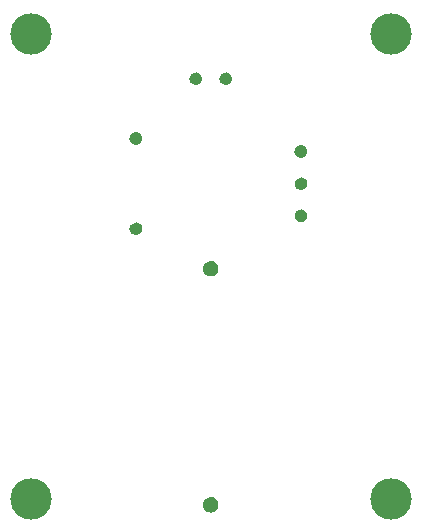
<source format=gts>
G75*
%MOIN*%
%OFA0B0*%
%FSLAX25Y25*%
%IPPOS*%
%LPD*%
%AMOC8*
5,1,8,0,0,1.08239X$1,22.5*
%
%ADD10C,0.00500*%
%ADD11C,0.13800*%
%ADD12C,0.00600*%
D10*
X0070388Y0143891D02*
X0070166Y0144226D01*
X0070023Y0144602D01*
X0069969Y0145000D01*
X0070020Y0145393D01*
X0070157Y0145765D01*
X0070373Y0146097D01*
X0070658Y0146372D01*
X0070997Y0146577D01*
X0071374Y0146702D01*
X0071768Y0146740D01*
X0072152Y0146693D01*
X0072515Y0146563D01*
X0072840Y0146354D01*
X0073111Y0146079D01*
X0073314Y0145750D01*
X0073438Y0145384D01*
X0073478Y0145000D01*
X0073444Y0144618D01*
X0073326Y0144254D01*
X0073130Y0143925D01*
X0072866Y0143648D01*
X0072546Y0143437D01*
X0072188Y0143302D01*
X0071808Y0143250D01*
X0071408Y0143285D01*
X0071025Y0143408D01*
X0070679Y0143614D01*
X0070388Y0143891D01*
X0070599Y0143690D02*
X0072906Y0143690D01*
X0073288Y0144189D02*
X0070190Y0144189D01*
X0070012Y0144687D02*
X0073451Y0144687D01*
X0073459Y0145186D02*
X0069993Y0145186D01*
X0070127Y0145684D02*
X0073336Y0145684D01*
X0073009Y0146183D02*
X0070462Y0146183D01*
X0071311Y0146681D02*
X0072185Y0146681D01*
X0071778Y0173280D02*
X0071378Y0173315D01*
X0070995Y0173438D01*
X0070649Y0173644D01*
X0070358Y0173921D01*
X0070136Y0174256D01*
X0069994Y0174632D01*
X0069939Y0175030D01*
X0069990Y0175423D01*
X0070127Y0175795D01*
X0070343Y0176127D01*
X0070628Y0176402D01*
X0070967Y0176607D01*
X0071344Y0176732D01*
X0071738Y0176770D01*
X0072122Y0176723D01*
X0072485Y0176593D01*
X0072811Y0176384D01*
X0073081Y0176109D01*
X0073284Y0175780D01*
X0073409Y0175414D01*
X0073448Y0175030D01*
X0073414Y0174648D01*
X0073296Y0174284D01*
X0073100Y0173955D01*
X0072836Y0173678D01*
X0072516Y0173467D01*
X0072158Y0173332D01*
X0071778Y0173280D01*
X0072720Y0173601D02*
X0070721Y0173601D01*
X0070239Y0174100D02*
X0073187Y0174100D01*
X0073398Y0174598D02*
X0070006Y0174598D01*
X0069947Y0175097D02*
X0073441Y0175097D01*
X0073347Y0175595D02*
X0070053Y0175595D01*
X0070322Y0176094D02*
X0073091Y0176094D01*
X0072486Y0176592D02*
X0070942Y0176592D01*
X0090376Y0193863D02*
X0090165Y0194182D01*
X0090030Y0194541D01*
X0089978Y0194920D01*
X0090013Y0195321D01*
X0090137Y0195703D01*
X0090342Y0196049D01*
X0090619Y0196340D01*
X0090954Y0196563D01*
X0091330Y0196705D01*
X0091728Y0196760D01*
X0092121Y0196709D01*
X0092493Y0196572D01*
X0092825Y0196355D01*
X0093101Y0196070D01*
X0093306Y0195731D01*
X0093430Y0195355D01*
X0093468Y0194960D01*
X0093422Y0194577D01*
X0093291Y0194213D01*
X0093083Y0193888D01*
X0092807Y0193617D01*
X0092478Y0193414D01*
X0092113Y0193290D01*
X0091728Y0193250D01*
X0091347Y0193284D01*
X0090982Y0193402D01*
X0090653Y0193598D01*
X0090376Y0193863D01*
X0090259Y0194040D02*
X0093180Y0194040D01*
X0093408Y0194539D02*
X0090031Y0194539D01*
X0089989Y0195037D02*
X0093461Y0195037D01*
X0093371Y0195536D02*
X0090083Y0195536D01*
X0090333Y0196034D02*
X0093123Y0196034D01*
X0092553Y0196533D02*
X0090909Y0196533D01*
X0090748Y0193541D02*
X0092685Y0193541D01*
X0100030Y0194541D02*
X0099978Y0194920D01*
X0100013Y0195321D01*
X0100137Y0195703D01*
X0100342Y0196049D01*
X0100619Y0196340D01*
X0100954Y0196563D01*
X0101330Y0196705D01*
X0101728Y0196760D01*
X0102121Y0196709D01*
X0102493Y0196572D01*
X0102825Y0196355D01*
X0103101Y0196070D01*
X0103306Y0195731D01*
X0103430Y0195355D01*
X0103468Y0194960D01*
X0103422Y0194577D01*
X0103291Y0194213D01*
X0103083Y0193888D01*
X0102807Y0193617D01*
X0102478Y0193414D01*
X0102113Y0193290D01*
X0101728Y0193250D01*
X0101347Y0193284D01*
X0100982Y0193402D01*
X0100653Y0193598D01*
X0100376Y0193863D01*
X0100165Y0194182D01*
X0100030Y0194541D01*
X0100031Y0194539D02*
X0103408Y0194539D01*
X0103461Y0195037D02*
X0099989Y0195037D01*
X0100083Y0195536D02*
X0103371Y0195536D01*
X0103123Y0196034D02*
X0100333Y0196034D01*
X0100909Y0196533D02*
X0102553Y0196533D01*
X0103180Y0194040D02*
X0100259Y0194040D01*
X0100748Y0193541D02*
X0102685Y0193541D01*
X0125342Y0171759D02*
X0125619Y0172050D01*
X0125954Y0172272D01*
X0126330Y0172415D01*
X0126728Y0172470D01*
X0127121Y0172419D01*
X0127493Y0172281D01*
X0127825Y0172065D01*
X0128101Y0171780D01*
X0128306Y0171441D01*
X0128430Y0171065D01*
X0128468Y0170670D01*
X0128422Y0170287D01*
X0128291Y0169923D01*
X0128083Y0169598D01*
X0127807Y0169327D01*
X0127478Y0169124D01*
X0127113Y0169000D01*
X0126728Y0168960D01*
X0126347Y0168994D01*
X0125982Y0169112D01*
X0125653Y0169308D01*
X0125376Y0169572D01*
X0125165Y0169892D01*
X0125030Y0170250D01*
X0124978Y0170630D01*
X0125013Y0171030D01*
X0125137Y0171413D01*
X0125342Y0171759D01*
X0125252Y0171607D02*
X0128205Y0171607D01*
X0128416Y0171108D02*
X0125038Y0171108D01*
X0124981Y0170610D02*
X0128461Y0170610D01*
X0128359Y0170111D02*
X0125082Y0170111D01*
X0125349Y0169613D02*
X0128092Y0169613D01*
X0127450Y0169114D02*
X0125978Y0169114D01*
X0125702Y0172105D02*
X0127763Y0172105D01*
X0126769Y0161750D02*
X0127162Y0161699D01*
X0127533Y0161561D01*
X0127865Y0161345D01*
X0128141Y0161060D01*
X0128346Y0160721D01*
X0128471Y0160345D01*
X0128508Y0159950D01*
X0128462Y0159567D01*
X0128331Y0159203D01*
X0128123Y0158878D01*
X0127847Y0158607D01*
X0127518Y0158404D01*
X0127153Y0158280D01*
X0126769Y0158240D01*
X0126387Y0158274D01*
X0126023Y0158392D01*
X0125694Y0158588D01*
X0125416Y0158852D01*
X0125205Y0159172D01*
X0125070Y0159530D01*
X0125019Y0159910D01*
X0125054Y0160310D01*
X0125177Y0160693D01*
X0125382Y0161039D01*
X0125659Y0161330D01*
X0125994Y0161552D01*
X0126370Y0161695D01*
X0126769Y0161750D01*
X0126217Y0161637D02*
X0127329Y0161637D01*
X0128065Y0161138D02*
X0125477Y0161138D01*
X0125160Y0160640D02*
X0128373Y0160640D01*
X0128490Y0160141D02*
X0125039Y0160141D01*
X0125055Y0159643D02*
X0128471Y0159643D01*
X0128293Y0159144D02*
X0125223Y0159144D01*
X0125633Y0158646D02*
X0127887Y0158646D01*
X0126739Y0151050D02*
X0127132Y0150999D01*
X0127503Y0150862D01*
X0127835Y0150645D01*
X0128111Y0150360D01*
X0128316Y0150021D01*
X0128441Y0149645D01*
X0128478Y0149250D01*
X0128432Y0148867D01*
X0128301Y0148503D01*
X0128093Y0148178D01*
X0127817Y0147907D01*
X0127489Y0147705D01*
X0127123Y0147580D01*
X0126739Y0147540D01*
X0126357Y0147574D01*
X0125993Y0147692D01*
X0125664Y0147888D01*
X0125387Y0148153D01*
X0125175Y0148472D01*
X0125040Y0148831D01*
X0124989Y0149210D01*
X0125024Y0149611D01*
X0125147Y0149993D01*
X0125352Y0150339D01*
X0125629Y0150630D01*
X0125964Y0150853D01*
X0126340Y0150995D01*
X0126739Y0151050D01*
X0125688Y0150670D02*
X0127798Y0150670D01*
X0128225Y0150171D02*
X0125252Y0150171D01*
X0125043Y0149672D02*
X0128432Y0149672D01*
X0128469Y0149174D02*
X0124994Y0149174D01*
X0125099Y0148675D02*
X0128363Y0148675D01*
X0128092Y0148177D02*
X0125370Y0148177D01*
X0126035Y0147678D02*
X0127412Y0147678D01*
D11*
X0156728Y0210000D03*
X0036728Y0210000D03*
X0036728Y0055000D03*
X0156728Y0055000D03*
D12*
X0094734Y0051966D02*
X0094590Y0052373D01*
X0094528Y0052800D01*
X0094532Y0053233D01*
X0094619Y0053657D01*
X0094788Y0054056D01*
X0095031Y0054414D01*
X0095340Y0054718D01*
X0095702Y0054956D01*
X0096103Y0055119D01*
X0096528Y0055200D01*
X0096999Y0055182D01*
X0097456Y0055066D01*
X0097880Y0054858D01*
X0098250Y0054567D01*
X0098552Y0054205D01*
X0098772Y0053788D01*
X0098900Y0053334D01*
X0098932Y0052864D01*
X0098865Y0052397D01*
X0098702Y0051955D01*
X0098451Y0051556D01*
X0098122Y0051218D01*
X0097731Y0050956D01*
X0097293Y0050780D01*
X0096828Y0050700D01*
X0096397Y0050723D01*
X0095979Y0050829D01*
X0095589Y0051015D01*
X0095243Y0051274D01*
X0094955Y0051595D01*
X0094734Y0051966D01*
X0094732Y0051970D02*
X0098708Y0051970D01*
X0098889Y0052569D02*
X0094562Y0052569D01*
X0094531Y0053167D02*
X0098911Y0053167D01*
X0098778Y0053766D02*
X0094665Y0053766D01*
X0094997Y0054364D02*
X0098419Y0054364D01*
X0097667Y0054963D02*
X0095718Y0054963D01*
X0095155Y0051372D02*
X0098272Y0051372D01*
X0097252Y0050773D02*
X0096199Y0050773D01*
X0096828Y0129400D02*
X0097293Y0129480D01*
X0097731Y0129656D01*
X0098122Y0129918D01*
X0098451Y0130256D01*
X0098702Y0130655D01*
X0098865Y0131097D01*
X0098932Y0131564D01*
X0098900Y0132034D01*
X0098772Y0132488D01*
X0098552Y0132905D01*
X0098250Y0133267D01*
X0097880Y0133558D01*
X0097456Y0133766D01*
X0096999Y0133882D01*
X0096528Y0133900D01*
X0096103Y0133819D01*
X0095702Y0133656D01*
X0095340Y0133418D01*
X0095031Y0133114D01*
X0094788Y0132756D01*
X0094619Y0132357D01*
X0094532Y0131933D01*
X0094528Y0131500D01*
X0094590Y0131073D01*
X0094734Y0130666D01*
X0094955Y0130295D01*
X0095243Y0129974D01*
X0095589Y0129715D01*
X0095979Y0129529D01*
X0096397Y0129423D01*
X0096828Y0129400D01*
X0097911Y0129777D02*
X0095507Y0129777D01*
X0094907Y0130375D02*
X0098526Y0130375D01*
X0098819Y0130974D02*
X0094625Y0130974D01*
X0094529Y0131572D02*
X0098931Y0131572D01*
X0098862Y0132171D02*
X0094581Y0132171D01*
X0094797Y0132769D02*
X0098623Y0132769D01*
X0098122Y0133368D02*
X0095289Y0133368D01*
M02*

</source>
